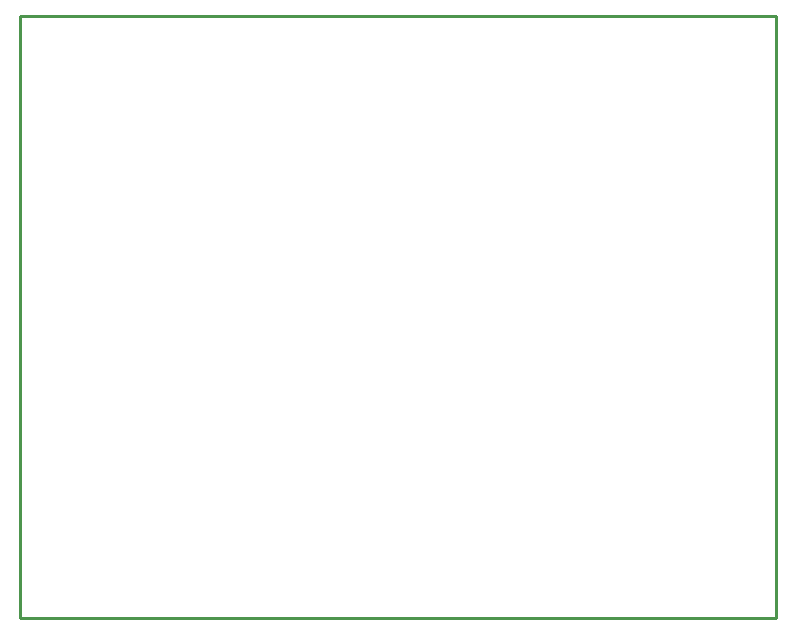
<source format=gm1>
G04 Layer_Color=16711935*
%FSLAX44Y44*%
%MOMM*%
G71*
G01*
G75*
%ADD16C,0.2540*%
D16*
X620000Y1080000D02*
X1260000D01*
X620000Y570000D02*
Y1080000D01*
X1260000Y570000D02*
Y1080000D01*
X620000Y570000D02*
X1260000D01*
M02*

</source>
